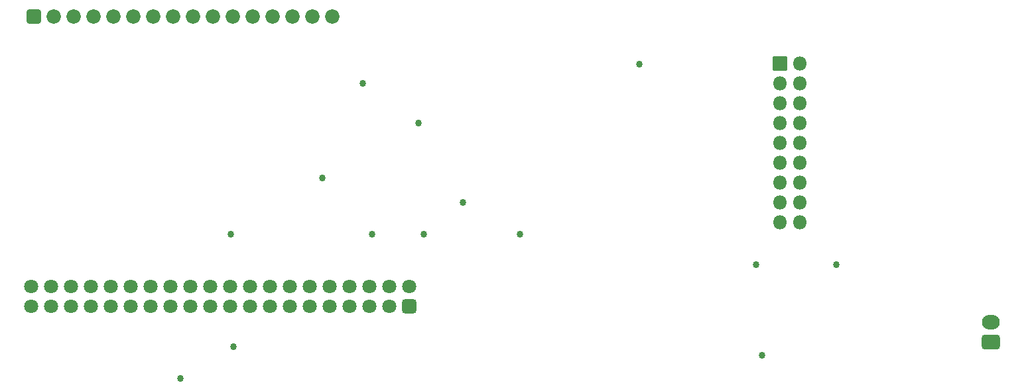
<source format=gbr>
%TF.GenerationSoftware,KiCad,Pcbnew,(6.0.4)*%
%TF.CreationDate,2023-03-10T15:04:28-05:00*%
%TF.ProjectId,Pi_part,50695f70-6172-4742-9e6b-696361645f70,v01*%
%TF.SameCoordinates,Original*%
%TF.FileFunction,Soldermask,Bot*%
%TF.FilePolarity,Negative*%
%FSLAX46Y46*%
G04 Gerber Fmt 4.6, Leading zero omitted, Abs format (unit mm)*
G04 Created by KiCad (PCBNEW (6.0.4)) date 2023-03-10 15:04:28*
%MOMM*%
%LPD*%
G01*
G04 APERTURE LIST*
G04 Aperture macros list*
%AMRoundRect*
0 Rectangle with rounded corners*
0 $1 Rounding radius*
0 $2 $3 $4 $5 $6 $7 $8 $9 X,Y pos of 4 corners*
0 Add a 4 corners polygon primitive as box body*
4,1,4,$2,$3,$4,$5,$6,$7,$8,$9,$2,$3,0*
0 Add four circle primitives for the rounded corners*
1,1,$1+$1,$2,$3*
1,1,$1+$1,$4,$5*
1,1,$1+$1,$6,$7*
1,1,$1+$1,$8,$9*
0 Add four rect primitives between the rounded corners*
20,1,$1+$1,$2,$3,$4,$5,0*
20,1,$1+$1,$4,$5,$6,$7,0*
20,1,$1+$1,$6,$7,$8,$9,0*
20,1,$1+$1,$8,$9,$2,$3,0*%
G04 Aperture macros list end*
%ADD10RoundRect,0.300800X0.845000X-0.620000X0.845000X0.620000X-0.845000X0.620000X-0.845000X-0.620000X0*%
%ADD11O,2.291600X1.841600*%
%ADD12RoundRect,0.050800X-0.850000X-0.850000X0.850000X-0.850000X0.850000X0.850000X-0.850000X0.850000X0*%
%ADD13O,1.801600X1.801600*%
%ADD14RoundRect,0.300800X-0.620000X-0.620000X0.620000X-0.620000X0.620000X0.620000X-0.620000X0.620000X0*%
%ADD15C,1.841600*%
%ADD16RoundRect,0.300800X0.600000X-0.600000X0.600000X0.600000X-0.600000X0.600000X-0.600000X-0.600000X0*%
%ADD17C,1.801600*%
%ADD18C,0.863600*%
G04 APERTURE END LIST*
D10*
%TO.C,J3*%
X215181502Y-122783949D03*
D11*
X215181502Y-120243949D03*
%TD*%
D12*
%TO.C,J1*%
X188248502Y-87125949D03*
D13*
X190788502Y-87125949D03*
X188248502Y-89665949D03*
X190788502Y-89665949D03*
X188248502Y-92205949D03*
X190788502Y-92205949D03*
X188248502Y-94745949D03*
X190788502Y-94745949D03*
X188248502Y-97285949D03*
X190788502Y-97285949D03*
X188248502Y-99825949D03*
X190788502Y-99825949D03*
X188248502Y-102365949D03*
X190788502Y-102365949D03*
X188248502Y-104905949D03*
X190788502Y-104905949D03*
X188248502Y-107445949D03*
X190788502Y-107445949D03*
%TD*%
D14*
%TO.C,J4*%
X92983502Y-81125949D03*
D15*
X95523502Y-81125949D03*
X98063502Y-81125949D03*
X100603502Y-81125949D03*
X103143502Y-81125949D03*
X105683502Y-81125949D03*
X108223502Y-81125949D03*
X110763502Y-81125949D03*
X113303502Y-81125949D03*
X115843502Y-81125949D03*
X118383502Y-81125949D03*
X120923502Y-81125949D03*
X123463502Y-81125949D03*
X126003502Y-81125949D03*
X128543502Y-81125949D03*
X131083502Y-81125949D03*
%TD*%
D16*
%TO.C,J2*%
X140973502Y-118225949D03*
D17*
X140973502Y-115685949D03*
X138433502Y-118225949D03*
X138433502Y-115685949D03*
X135893502Y-118225949D03*
X135893502Y-115685949D03*
X133353502Y-118225949D03*
X133353502Y-115685949D03*
X130813502Y-118225949D03*
X130813502Y-115685949D03*
X128273502Y-118225949D03*
X128273502Y-115685949D03*
X125733502Y-118225949D03*
X125733502Y-115685949D03*
X123193502Y-118225949D03*
X123193502Y-115685949D03*
X120653502Y-118225949D03*
X120653502Y-115685949D03*
X118113502Y-118225949D03*
X118113502Y-115685949D03*
X115573502Y-118225949D03*
X115573502Y-115685949D03*
X113033502Y-118225949D03*
X113033502Y-115685949D03*
X110493502Y-118225949D03*
X110493502Y-115685949D03*
X107953502Y-118225949D03*
X107953502Y-115685949D03*
X105413502Y-118225949D03*
X105413502Y-115685949D03*
X102873502Y-118225949D03*
X102873502Y-115685949D03*
X100333502Y-118225949D03*
X100333502Y-115685949D03*
X97793502Y-118225949D03*
X97793502Y-115685949D03*
X95253502Y-118225949D03*
X95253502Y-115685949D03*
X92713502Y-118225949D03*
X92713502Y-115685949D03*
%TD*%
D18*
X170283502Y-87185949D03*
X185183502Y-112875949D03*
X195473502Y-112875949D03*
X129883502Y-101735949D03*
X135023502Y-89695949D03*
X111703502Y-127415949D03*
X118533502Y-123375949D03*
X142133502Y-94735949D03*
X185953502Y-124465949D03*
X118183502Y-108955949D03*
X142763502Y-108935949D03*
X155083502Y-108935949D03*
X136203502Y-108945949D03*
X147783502Y-104905949D03*
M02*

</source>
